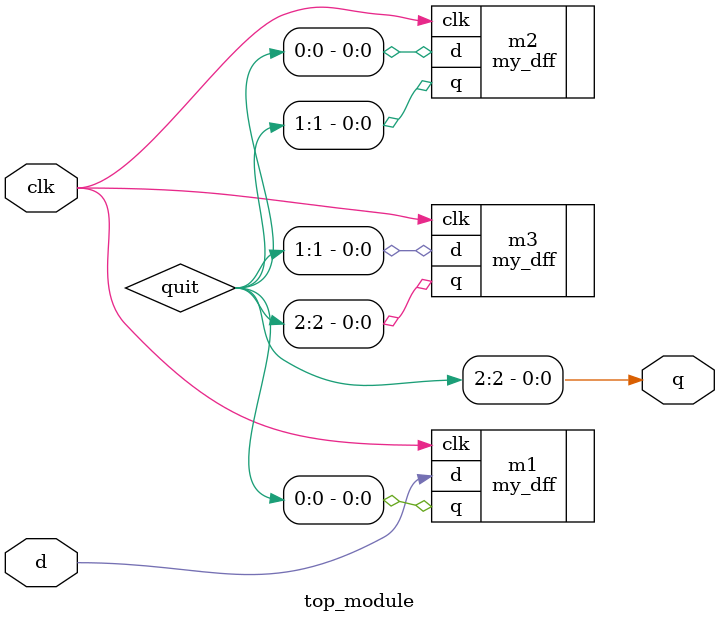
<source format=v>

module top_module ( input clk, input d, output q );

    wire [2:0] quit;

    my_dff m1(.d(d),.clk(clk),.q(quit[0]));
    my_dff m2(.d(quit[0]),.clk(clk),.q(quit[1]));
    my_dff m3(.d(quit[1]),.clk(clk),.q(quit[2]));

    assign q = quit[2];

endmodule

/*:better
	wire a, b;// Create two wires. I called them a and b.

	// Create three instances of my_dff, with three different instance names (d1, d2, and d3).
	// Connect ports by position: ( input clk, input d, output q)
	my_dff d1 ( clk, d, a );
	my_dff d2 ( clk, a, b );
	my_dff d3 ( clk, b, q );
*/

</source>
